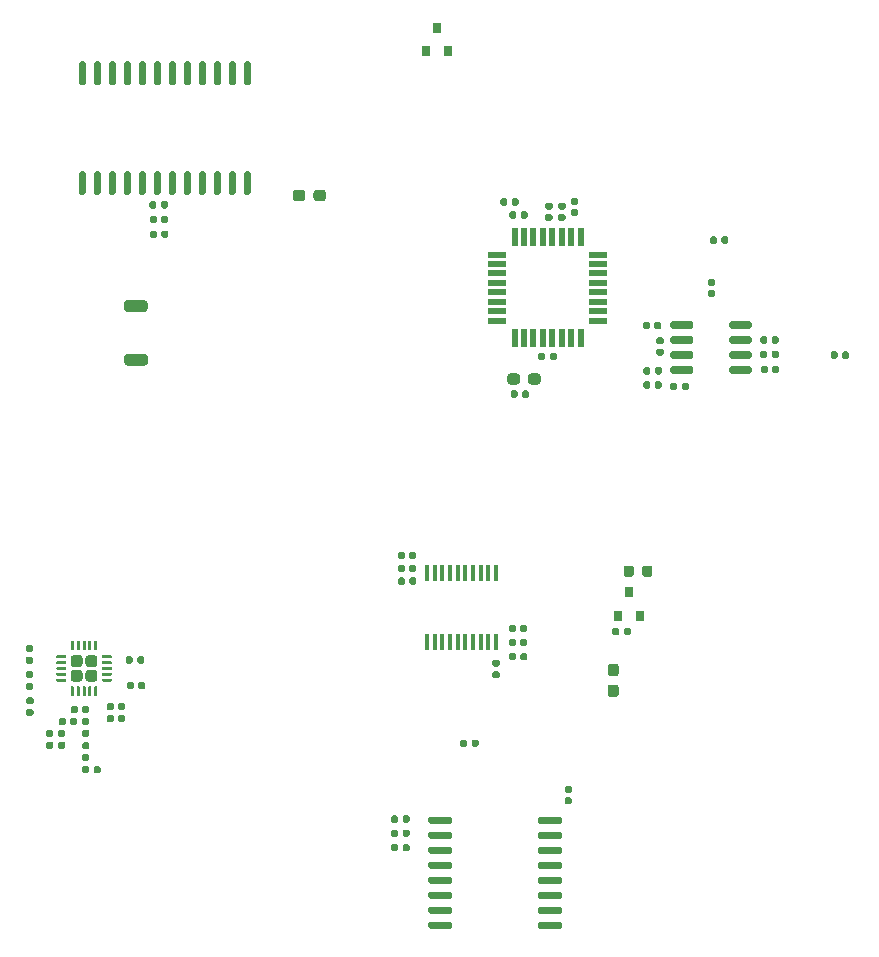
<source format=gbr>
G04 #@! TF.GenerationSoftware,KiCad,Pcbnew,(5.1.6)-1*
G04 #@! TF.CreationDate,2020-10-23T22:44:23-07:00*
G04 #@! TF.ProjectId,ReceiverCircuit,52656365-6976-4657-9243-697263756974,rev?*
G04 #@! TF.SameCoordinates,Original*
G04 #@! TF.FileFunction,Paste,Top*
G04 #@! TF.FilePolarity,Positive*
%FSLAX46Y46*%
G04 Gerber Fmt 4.6, Leading zero omitted, Abs format (unit mm)*
G04 Created by KiCad (PCBNEW (5.1.6)-1) date 2020-10-23 22:44:23*
%MOMM*%
%LPD*%
G01*
G04 APERTURE LIST*
%ADD10R,0.550000X1.600000*%
%ADD11R,1.600000X0.550000*%
%ADD12R,0.800000X0.900000*%
%ADD13R,0.450000X1.450000*%
G04 APERTURE END LIST*
G36*
G01*
X124501340Y-94647640D02*
X123001340Y-94647640D01*
G75*
G02*
X122751340Y-94397640I0J250000D01*
G01*
X122751340Y-93897640D01*
G75*
G02*
X123001340Y-93647640I250000J0D01*
G01*
X124501340Y-93647640D01*
G75*
G02*
X124751340Y-93897640I0J-250000D01*
G01*
X124751340Y-94397640D01*
G75*
G02*
X124501340Y-94647640I-250000J0D01*
G01*
G37*
G36*
G01*
X124468320Y-90101040D02*
X122968320Y-90101040D01*
G75*
G02*
X122718320Y-89851040I0J250000D01*
G01*
X122718320Y-89351040D01*
G75*
G02*
X122968320Y-89101040I250000J0D01*
G01*
X124468320Y-89101040D01*
G75*
G02*
X124718320Y-89351040I0J-250000D01*
G01*
X124718320Y-89851040D01*
G75*
G02*
X124468320Y-90101040I-250000J0D01*
G01*
G37*
D10*
X161392520Y-83788940D03*
X160592520Y-83788940D03*
X159792520Y-83788940D03*
X158992520Y-83788940D03*
X158192520Y-83788940D03*
X157392520Y-83788940D03*
X156592520Y-83788940D03*
X155792520Y-83788940D03*
D11*
X154342520Y-85238940D03*
X154342520Y-86038940D03*
X154342520Y-86838940D03*
X154342520Y-87638940D03*
X154342520Y-88438940D03*
X154342520Y-89238940D03*
X154342520Y-90038940D03*
X154342520Y-90838940D03*
D10*
X155792520Y-92288940D03*
X156592520Y-92288940D03*
X157392520Y-92288940D03*
X158192520Y-92288940D03*
X158992520Y-92288940D03*
X159792520Y-92288940D03*
X160592520Y-92288940D03*
X161392520Y-92288940D03*
D11*
X162842520Y-90838940D03*
X162842520Y-90038940D03*
X162842520Y-89238940D03*
X162842520Y-88438940D03*
X162842520Y-87638940D03*
X162842520Y-86838940D03*
X162842520Y-86038940D03*
X162842520Y-85238940D03*
G36*
G01*
X172933860Y-83853240D02*
X172933860Y-84198240D01*
G75*
G02*
X172786360Y-84345740I-147500J0D01*
G01*
X172491360Y-84345740D01*
G75*
G02*
X172343860Y-84198240I0J147500D01*
G01*
X172343860Y-83853240D01*
G75*
G02*
X172491360Y-83705740I147500J0D01*
G01*
X172786360Y-83705740D01*
G75*
G02*
X172933860Y-83853240I0J-147500D01*
G01*
G37*
G36*
G01*
X173903860Y-83853240D02*
X173903860Y-84198240D01*
G75*
G02*
X173756360Y-84345740I-147500J0D01*
G01*
X173461360Y-84345740D01*
G75*
G02*
X173313860Y-84198240I0J147500D01*
G01*
X173313860Y-83853240D01*
G75*
G02*
X173461360Y-83705740I147500J0D01*
G01*
X173756360Y-83705740D01*
G75*
G02*
X173903860Y-83853240I0J-147500D01*
G01*
G37*
G36*
G01*
X183147200Y-93594140D02*
X183147200Y-93939140D01*
G75*
G02*
X182999700Y-94086640I-147500J0D01*
G01*
X182704700Y-94086640D01*
G75*
G02*
X182557200Y-93939140I0J147500D01*
G01*
X182557200Y-93594140D01*
G75*
G02*
X182704700Y-93446640I147500J0D01*
G01*
X182999700Y-93446640D01*
G75*
G02*
X183147200Y-93594140I0J-147500D01*
G01*
G37*
G36*
G01*
X184117200Y-93594140D02*
X184117200Y-93939140D01*
G75*
G02*
X183969700Y-94086640I-147500J0D01*
G01*
X183674700Y-94086640D01*
G75*
G02*
X183527200Y-93939140I0J147500D01*
G01*
X183527200Y-93594140D01*
G75*
G02*
X183674700Y-93446640I147500J0D01*
G01*
X183969700Y-93446640D01*
G75*
G02*
X184117200Y-93594140I0J-147500D01*
G01*
G37*
G36*
G01*
X159626520Y-81815440D02*
X159971520Y-81815440D01*
G75*
G02*
X160119020Y-81962940I0J-147500D01*
G01*
X160119020Y-82257940D01*
G75*
G02*
X159971520Y-82405440I-147500J0D01*
G01*
X159626520Y-82405440D01*
G75*
G02*
X159479020Y-82257940I0J147500D01*
G01*
X159479020Y-81962940D01*
G75*
G02*
X159626520Y-81815440I147500J0D01*
G01*
G37*
G36*
G01*
X159626520Y-80845440D02*
X159971520Y-80845440D01*
G75*
G02*
X160119020Y-80992940I0J-147500D01*
G01*
X160119020Y-81287940D01*
G75*
G02*
X159971520Y-81435440I-147500J0D01*
G01*
X159626520Y-81435440D01*
G75*
G02*
X159479020Y-81287940I0J147500D01*
G01*
X159479020Y-80992940D01*
G75*
G02*
X159626520Y-80845440I147500J0D01*
G01*
G37*
G36*
G01*
X158774900Y-94050900D02*
X158774900Y-93705900D01*
G75*
G02*
X158922400Y-93558400I147500J0D01*
G01*
X159217400Y-93558400D01*
G75*
G02*
X159364900Y-93705900I0J-147500D01*
G01*
X159364900Y-94050900D01*
G75*
G02*
X159217400Y-94198400I-147500J0D01*
G01*
X158922400Y-94198400D01*
G75*
G02*
X158774900Y-94050900I0J147500D01*
G01*
G37*
G36*
G01*
X157804900Y-94050900D02*
X157804900Y-93705900D01*
G75*
G02*
X157952400Y-93558400I147500J0D01*
G01*
X158247400Y-93558400D01*
G75*
G02*
X158394900Y-93705900I0J-147500D01*
G01*
X158394900Y-94050900D01*
G75*
G02*
X158247400Y-94198400I-147500J0D01*
G01*
X157952400Y-94198400D01*
G75*
G02*
X157804900Y-94050900I0J147500D01*
G01*
G37*
G36*
G01*
X158516540Y-80835280D02*
X158861540Y-80835280D01*
G75*
G02*
X159009040Y-80982780I0J-147500D01*
G01*
X159009040Y-81277780D01*
G75*
G02*
X158861540Y-81425280I-147500J0D01*
G01*
X158516540Y-81425280D01*
G75*
G02*
X158369040Y-81277780I0J147500D01*
G01*
X158369040Y-80982780D01*
G75*
G02*
X158516540Y-80835280I147500J0D01*
G01*
G37*
G36*
G01*
X158516540Y-81805280D02*
X158861540Y-81805280D01*
G75*
G02*
X159009040Y-81952780I0J-147500D01*
G01*
X159009040Y-82247780D01*
G75*
G02*
X158861540Y-82395280I-147500J0D01*
G01*
X158516540Y-82395280D01*
G75*
G02*
X158369040Y-82247780I0J147500D01*
G01*
X158369040Y-81952780D01*
G75*
G02*
X158516540Y-81805280I147500J0D01*
G01*
G37*
G36*
G01*
X160693320Y-80444120D02*
X161038320Y-80444120D01*
G75*
G02*
X161185820Y-80591620I0J-147500D01*
G01*
X161185820Y-80886620D01*
G75*
G02*
X161038320Y-81034120I-147500J0D01*
G01*
X160693320Y-81034120D01*
G75*
G02*
X160545820Y-80886620I0J147500D01*
G01*
X160545820Y-80591620D01*
G75*
G02*
X160693320Y-80444120I147500J0D01*
G01*
G37*
G36*
G01*
X160693320Y-81414120D02*
X161038320Y-81414120D01*
G75*
G02*
X161185820Y-81561620I0J-147500D01*
G01*
X161185820Y-81856620D01*
G75*
G02*
X161038320Y-82004120I-147500J0D01*
G01*
X160693320Y-82004120D01*
G75*
G02*
X160545820Y-81856620I0J147500D01*
G01*
X160545820Y-81561620D01*
G75*
G02*
X160693320Y-81414120I147500J0D01*
G01*
G37*
G36*
G01*
X126482060Y-83350320D02*
X126482060Y-83695320D01*
G75*
G02*
X126334560Y-83842820I-147500J0D01*
G01*
X126039560Y-83842820D01*
G75*
G02*
X125892060Y-83695320I0J147500D01*
G01*
X125892060Y-83350320D01*
G75*
G02*
X126039560Y-83202820I147500J0D01*
G01*
X126334560Y-83202820D01*
G75*
G02*
X126482060Y-83350320I0J-147500D01*
G01*
G37*
G36*
G01*
X125512060Y-83350320D02*
X125512060Y-83695320D01*
G75*
G02*
X125364560Y-83842820I-147500J0D01*
G01*
X125069560Y-83842820D01*
G75*
G02*
X124922060Y-83695320I0J147500D01*
G01*
X124922060Y-83350320D01*
G75*
G02*
X125069560Y-83202820I147500J0D01*
G01*
X125364560Y-83202820D01*
G75*
G02*
X125512060Y-83350320I0J-147500D01*
G01*
G37*
G36*
G01*
X125512060Y-82093020D02*
X125512060Y-82438020D01*
G75*
G02*
X125364560Y-82585520I-147500J0D01*
G01*
X125069560Y-82585520D01*
G75*
G02*
X124922060Y-82438020I0J147500D01*
G01*
X124922060Y-82093020D01*
G75*
G02*
X125069560Y-81945520I147500J0D01*
G01*
X125364560Y-81945520D01*
G75*
G02*
X125512060Y-82093020I0J-147500D01*
G01*
G37*
G36*
G01*
X126482060Y-82093020D02*
X126482060Y-82438020D01*
G75*
G02*
X126334560Y-82585520I-147500J0D01*
G01*
X126039560Y-82585520D01*
G75*
G02*
X125892060Y-82438020I0J147500D01*
G01*
X125892060Y-82093020D01*
G75*
G02*
X126039560Y-81945520I147500J0D01*
G01*
X126334560Y-81945520D01*
G75*
G02*
X126482060Y-82093020I0J-147500D01*
G01*
G37*
G36*
G01*
X126443960Y-80861120D02*
X126443960Y-81206120D01*
G75*
G02*
X126296460Y-81353620I-147500J0D01*
G01*
X126001460Y-81353620D01*
G75*
G02*
X125853960Y-81206120I0J147500D01*
G01*
X125853960Y-80861120D01*
G75*
G02*
X126001460Y-80713620I147500J0D01*
G01*
X126296460Y-80713620D01*
G75*
G02*
X126443960Y-80861120I0J-147500D01*
G01*
G37*
G36*
G01*
X125473960Y-80861120D02*
X125473960Y-81206120D01*
G75*
G02*
X125326460Y-81353620I-147500J0D01*
G01*
X125031460Y-81353620D01*
G75*
G02*
X124883960Y-81206120I0J147500D01*
G01*
X124883960Y-80861120D01*
G75*
G02*
X125031460Y-80713620I147500J0D01*
G01*
X125326460Y-80713620D01*
G75*
G02*
X125473960Y-80861120I0J-147500D01*
G01*
G37*
G36*
G01*
X121264600Y-124708700D02*
X121264600Y-124363700D01*
G75*
G02*
X121412100Y-124216200I147500J0D01*
G01*
X121707100Y-124216200D01*
G75*
G02*
X121854600Y-124363700I0J-147500D01*
G01*
X121854600Y-124708700D01*
G75*
G02*
X121707100Y-124856200I-147500J0D01*
G01*
X121412100Y-124856200D01*
G75*
G02*
X121264600Y-124708700I0J147500D01*
G01*
G37*
G36*
G01*
X122234600Y-124708700D02*
X122234600Y-124363700D01*
G75*
G02*
X122382100Y-124216200I147500J0D01*
G01*
X122677100Y-124216200D01*
G75*
G02*
X122824600Y-124363700I0J-147500D01*
G01*
X122824600Y-124708700D01*
G75*
G02*
X122677100Y-124856200I-147500J0D01*
G01*
X122382100Y-124856200D01*
G75*
G02*
X122234600Y-124708700I0J147500D01*
G01*
G37*
G36*
G01*
X122234600Y-123692700D02*
X122234600Y-123347700D01*
G75*
G02*
X122382100Y-123200200I147500J0D01*
G01*
X122677100Y-123200200D01*
G75*
G02*
X122824600Y-123347700I0J-147500D01*
G01*
X122824600Y-123692700D01*
G75*
G02*
X122677100Y-123840200I-147500J0D01*
G01*
X122382100Y-123840200D01*
G75*
G02*
X122234600Y-123692700I0J147500D01*
G01*
G37*
G36*
G01*
X121264600Y-123692700D02*
X121264600Y-123347700D01*
G75*
G02*
X121412100Y-123200200I147500J0D01*
G01*
X121707100Y-123200200D01*
G75*
G02*
X121854600Y-123347700I0J-147500D01*
G01*
X121854600Y-123692700D01*
G75*
G02*
X121707100Y-123840200I-147500J0D01*
G01*
X121412100Y-123840200D01*
G75*
G02*
X121264600Y-123692700I0J147500D01*
G01*
G37*
G36*
G01*
X169961060Y-96583280D02*
X169961060Y-96238280D01*
G75*
G02*
X170108560Y-96090780I147500J0D01*
G01*
X170403560Y-96090780D01*
G75*
G02*
X170551060Y-96238280I0J-147500D01*
G01*
X170551060Y-96583280D01*
G75*
G02*
X170403560Y-96730780I-147500J0D01*
G01*
X170108560Y-96730780D01*
G75*
G02*
X169961060Y-96583280I0J147500D01*
G01*
G37*
G36*
G01*
X168991060Y-96583280D02*
X168991060Y-96238280D01*
G75*
G02*
X169138560Y-96090780I147500J0D01*
G01*
X169433560Y-96090780D01*
G75*
G02*
X169581060Y-96238280I0J-147500D01*
G01*
X169581060Y-96583280D01*
G75*
G02*
X169433560Y-96730780I-147500J0D01*
G01*
X169138560Y-96730780D01*
G75*
G02*
X168991060Y-96583280I0J147500D01*
G01*
G37*
G36*
G01*
X168265060Y-94904780D02*
X168265060Y-95249780D01*
G75*
G02*
X168117560Y-95397280I-147500J0D01*
G01*
X167822560Y-95397280D01*
G75*
G02*
X167675060Y-95249780I0J147500D01*
G01*
X167675060Y-94904780D01*
G75*
G02*
X167822560Y-94757280I147500J0D01*
G01*
X168117560Y-94757280D01*
G75*
G02*
X168265060Y-94904780I0J-147500D01*
G01*
G37*
G36*
G01*
X167295060Y-94904780D02*
X167295060Y-95249780D01*
G75*
G02*
X167147560Y-95397280I-147500J0D01*
G01*
X166852560Y-95397280D01*
G75*
G02*
X166705060Y-95249780I0J147500D01*
G01*
X166705060Y-94904780D01*
G75*
G02*
X166852560Y-94757280I147500J0D01*
G01*
X167147560Y-94757280D01*
G75*
G02*
X167295060Y-94904780I0J-147500D01*
G01*
G37*
G36*
G01*
X167295060Y-96111280D02*
X167295060Y-96456280D01*
G75*
G02*
X167147560Y-96603780I-147500J0D01*
G01*
X166852560Y-96603780D01*
G75*
G02*
X166705060Y-96456280I0J147500D01*
G01*
X166705060Y-96111280D01*
G75*
G02*
X166852560Y-95963780I147500J0D01*
G01*
X167147560Y-95963780D01*
G75*
G02*
X167295060Y-96111280I0J-147500D01*
G01*
G37*
G36*
G01*
X168265060Y-96111280D02*
X168265060Y-96456280D01*
G75*
G02*
X168117560Y-96603780I-147500J0D01*
G01*
X167822560Y-96603780D01*
G75*
G02*
X167675060Y-96456280I0J147500D01*
G01*
X167675060Y-96111280D01*
G75*
G02*
X167822560Y-95963780I147500J0D01*
G01*
X168117560Y-95963780D01*
G75*
G02*
X168265060Y-96111280I0J-147500D01*
G01*
G37*
G36*
G01*
X145931120Y-135280620D02*
X145931120Y-135625620D01*
G75*
G02*
X145783620Y-135773120I-147500J0D01*
G01*
X145488620Y-135773120D01*
G75*
G02*
X145341120Y-135625620I0J147500D01*
G01*
X145341120Y-135280620D01*
G75*
G02*
X145488620Y-135133120I147500J0D01*
G01*
X145783620Y-135133120D01*
G75*
G02*
X145931120Y-135280620I0J-147500D01*
G01*
G37*
G36*
G01*
X146901120Y-135280620D02*
X146901120Y-135625620D01*
G75*
G02*
X146753620Y-135773120I-147500J0D01*
G01*
X146458620Y-135773120D01*
G75*
G02*
X146311120Y-135625620I0J147500D01*
G01*
X146311120Y-135280620D01*
G75*
G02*
X146458620Y-135133120I147500J0D01*
G01*
X146753620Y-135133120D01*
G75*
G02*
X146901120Y-135280620I0J-147500D01*
G01*
G37*
G36*
G01*
X146901120Y-134074120D02*
X146901120Y-134419120D01*
G75*
G02*
X146753620Y-134566620I-147500J0D01*
G01*
X146458620Y-134566620D01*
G75*
G02*
X146311120Y-134419120I0J147500D01*
G01*
X146311120Y-134074120D01*
G75*
G02*
X146458620Y-133926620I147500J0D01*
G01*
X146753620Y-133926620D01*
G75*
G02*
X146901120Y-134074120I0J-147500D01*
G01*
G37*
G36*
G01*
X145931120Y-134074120D02*
X145931120Y-134419120D01*
G75*
G02*
X145783620Y-134566620I-147500J0D01*
G01*
X145488620Y-134566620D01*
G75*
G02*
X145341120Y-134419120I0J147500D01*
G01*
X145341120Y-134074120D01*
G75*
G02*
X145488620Y-133926620I147500J0D01*
G01*
X145783620Y-133926620D01*
G75*
G02*
X145931120Y-134074120I0J-147500D01*
G01*
G37*
G36*
G01*
X145931120Y-132867620D02*
X145931120Y-133212620D01*
G75*
G02*
X145783620Y-133360120I-147500J0D01*
G01*
X145488620Y-133360120D01*
G75*
G02*
X145341120Y-133212620I0J147500D01*
G01*
X145341120Y-132867620D01*
G75*
G02*
X145488620Y-132720120I147500J0D01*
G01*
X145783620Y-132720120D01*
G75*
G02*
X145931120Y-132867620I0J-147500D01*
G01*
G37*
G36*
G01*
X146901120Y-132867620D02*
X146901120Y-133212620D01*
G75*
G02*
X146753620Y-133360120I-147500J0D01*
G01*
X146458620Y-133360120D01*
G75*
G02*
X146311120Y-133212620I0J147500D01*
G01*
X146311120Y-132867620D01*
G75*
G02*
X146458620Y-132720120I147500J0D01*
G01*
X146753620Y-132720120D01*
G75*
G02*
X146901120Y-132867620I0J-147500D01*
G01*
G37*
G36*
G01*
X156283160Y-118252020D02*
X156283160Y-117907020D01*
G75*
G02*
X156430660Y-117759520I147500J0D01*
G01*
X156725660Y-117759520D01*
G75*
G02*
X156873160Y-117907020I0J-147500D01*
G01*
X156873160Y-118252020D01*
G75*
G02*
X156725660Y-118399520I-147500J0D01*
G01*
X156430660Y-118399520D01*
G75*
G02*
X156283160Y-118252020I0J147500D01*
G01*
G37*
G36*
G01*
X155313160Y-118252020D02*
X155313160Y-117907020D01*
G75*
G02*
X155460660Y-117759520I147500J0D01*
G01*
X155755660Y-117759520D01*
G75*
G02*
X155903160Y-117907020I0J-147500D01*
G01*
X155903160Y-118252020D01*
G75*
G02*
X155755660Y-118399520I-147500J0D01*
G01*
X155460660Y-118399520D01*
G75*
G02*
X155313160Y-118252020I0J147500D01*
G01*
G37*
G36*
G01*
X155313160Y-117083620D02*
X155313160Y-116738620D01*
G75*
G02*
X155460660Y-116591120I147500J0D01*
G01*
X155755660Y-116591120D01*
G75*
G02*
X155903160Y-116738620I0J-147500D01*
G01*
X155903160Y-117083620D01*
G75*
G02*
X155755660Y-117231120I-147500J0D01*
G01*
X155460660Y-117231120D01*
G75*
G02*
X155313160Y-117083620I0J147500D01*
G01*
G37*
G36*
G01*
X156283160Y-117083620D02*
X156283160Y-116738620D01*
G75*
G02*
X156430660Y-116591120I147500J0D01*
G01*
X156725660Y-116591120D01*
G75*
G02*
X156873160Y-116738620I0J-147500D01*
G01*
X156873160Y-117083620D01*
G75*
G02*
X156725660Y-117231120I-147500J0D01*
G01*
X156430660Y-117231120D01*
G75*
G02*
X156283160Y-117083620I0J147500D01*
G01*
G37*
G36*
G01*
X154046140Y-120514880D02*
X154391140Y-120514880D01*
G75*
G02*
X154538640Y-120662380I0J-147500D01*
G01*
X154538640Y-120957380D01*
G75*
G02*
X154391140Y-121104880I-147500J0D01*
G01*
X154046140Y-121104880D01*
G75*
G02*
X153898640Y-120957380I0J147500D01*
G01*
X153898640Y-120662380D01*
G75*
G02*
X154046140Y-120514880I147500J0D01*
G01*
G37*
G36*
G01*
X154046140Y-119544880D02*
X154391140Y-119544880D01*
G75*
G02*
X154538640Y-119692380I0J-147500D01*
G01*
X154538640Y-119987380D01*
G75*
G02*
X154391140Y-120134880I-147500J0D01*
G01*
X154046140Y-120134880D01*
G75*
G02*
X153898640Y-119987380I0J147500D01*
G01*
X153898640Y-119692380D01*
G75*
G02*
X154046140Y-119544880I147500J0D01*
G01*
G37*
G36*
G01*
X147472620Y-111638300D02*
X147472620Y-111983300D01*
G75*
G02*
X147325120Y-112130800I-147500J0D01*
G01*
X147030120Y-112130800D01*
G75*
G02*
X146882620Y-111983300I0J147500D01*
G01*
X146882620Y-111638300D01*
G75*
G02*
X147030120Y-111490800I147500J0D01*
G01*
X147325120Y-111490800D01*
G75*
G02*
X147472620Y-111638300I0J-147500D01*
G01*
G37*
G36*
G01*
X146502620Y-111638300D02*
X146502620Y-111983300D01*
G75*
G02*
X146355120Y-112130800I-147500J0D01*
G01*
X146060120Y-112130800D01*
G75*
G02*
X145912620Y-111983300I0J147500D01*
G01*
X145912620Y-111638300D01*
G75*
G02*
X146060120Y-111490800I147500J0D01*
G01*
X146355120Y-111490800D01*
G75*
G02*
X146502620Y-111638300I0J-147500D01*
G01*
G37*
G36*
G01*
X146505160Y-112727960D02*
X146505160Y-113072960D01*
G75*
G02*
X146357660Y-113220460I-147500J0D01*
G01*
X146062660Y-113220460D01*
G75*
G02*
X145915160Y-113072960I0J147500D01*
G01*
X145915160Y-112727960D01*
G75*
G02*
X146062660Y-112580460I147500J0D01*
G01*
X146357660Y-112580460D01*
G75*
G02*
X146505160Y-112727960I0J-147500D01*
G01*
G37*
G36*
G01*
X147475160Y-112727960D02*
X147475160Y-113072960D01*
G75*
G02*
X147327660Y-113220460I-147500J0D01*
G01*
X147032660Y-113220460D01*
G75*
G02*
X146885160Y-113072960I0J147500D01*
G01*
X146885160Y-112727960D01*
G75*
G02*
X147032660Y-112580460I147500J0D01*
G01*
X147327660Y-112580460D01*
G75*
G02*
X147475160Y-112727960I0J-147500D01*
G01*
G37*
G36*
G01*
X147475160Y-110538480D02*
X147475160Y-110883480D01*
G75*
G02*
X147327660Y-111030980I-147500J0D01*
G01*
X147032660Y-111030980D01*
G75*
G02*
X146885160Y-110883480I0J147500D01*
G01*
X146885160Y-110538480D01*
G75*
G02*
X147032660Y-110390980I147500J0D01*
G01*
X147327660Y-110390980D01*
G75*
G02*
X147475160Y-110538480I0J-147500D01*
G01*
G37*
G36*
G01*
X146505160Y-110538480D02*
X146505160Y-110883480D01*
G75*
G02*
X146357660Y-111030980I-147500J0D01*
G01*
X146062660Y-111030980D01*
G75*
G02*
X145915160Y-110883480I0J147500D01*
G01*
X145915160Y-110538480D01*
G75*
G02*
X146062660Y-110390980I147500J0D01*
G01*
X146357660Y-110390980D01*
G75*
G02*
X146505160Y-110538480I0J-147500D01*
G01*
G37*
D12*
X148300400Y-68030600D03*
X150200400Y-68030600D03*
X149250400Y-66030600D03*
G36*
G01*
X119714440Y-119154240D02*
X120224440Y-119154240D01*
G75*
G02*
X120474440Y-119404240I0J-250000D01*
G01*
X120474440Y-119914240D01*
G75*
G02*
X120224440Y-120164240I-250000J0D01*
G01*
X119714440Y-120164240D01*
G75*
G02*
X119464440Y-119914240I0J250000D01*
G01*
X119464440Y-119404240D01*
G75*
G02*
X119714440Y-119154240I250000J0D01*
G01*
G37*
G36*
G01*
X118464440Y-119154240D02*
X118974440Y-119154240D01*
G75*
G02*
X119224440Y-119404240I0J-250000D01*
G01*
X119224440Y-119914240D01*
G75*
G02*
X118974440Y-120164240I-250000J0D01*
G01*
X118464440Y-120164240D01*
G75*
G02*
X118214440Y-119914240I0J250000D01*
G01*
X118214440Y-119404240D01*
G75*
G02*
X118464440Y-119154240I250000J0D01*
G01*
G37*
G36*
G01*
X119714440Y-120404240D02*
X120224440Y-120404240D01*
G75*
G02*
X120474440Y-120654240I0J-250000D01*
G01*
X120474440Y-121164240D01*
G75*
G02*
X120224440Y-121414240I-250000J0D01*
G01*
X119714440Y-121414240D01*
G75*
G02*
X119464440Y-121164240I0J250000D01*
G01*
X119464440Y-120654240D01*
G75*
G02*
X119714440Y-120404240I250000J0D01*
G01*
G37*
G36*
G01*
X118464440Y-120404240D02*
X118974440Y-120404240D01*
G75*
G02*
X119224440Y-120654240I0J-250000D01*
G01*
X119224440Y-121164240D01*
G75*
G02*
X118974440Y-121414240I-250000J0D01*
G01*
X118464440Y-121414240D01*
G75*
G02*
X118214440Y-121164240I0J250000D01*
G01*
X118214440Y-120654240D01*
G75*
G02*
X118464440Y-120404240I250000J0D01*
G01*
G37*
G36*
G01*
X120281940Y-117934240D02*
X120406940Y-117934240D01*
G75*
G02*
X120469440Y-117996740I0J-62500D01*
G01*
X120469440Y-118696740D01*
G75*
G02*
X120406940Y-118759240I-62500J0D01*
G01*
X120281940Y-118759240D01*
G75*
G02*
X120219440Y-118696740I0J62500D01*
G01*
X120219440Y-117996740D01*
G75*
G02*
X120281940Y-117934240I62500J0D01*
G01*
G37*
G36*
G01*
X119781940Y-117934240D02*
X119906940Y-117934240D01*
G75*
G02*
X119969440Y-117996740I0J-62500D01*
G01*
X119969440Y-118696740D01*
G75*
G02*
X119906940Y-118759240I-62500J0D01*
G01*
X119781940Y-118759240D01*
G75*
G02*
X119719440Y-118696740I0J62500D01*
G01*
X119719440Y-117996740D01*
G75*
G02*
X119781940Y-117934240I62500J0D01*
G01*
G37*
G36*
G01*
X119281940Y-117934240D02*
X119406940Y-117934240D01*
G75*
G02*
X119469440Y-117996740I0J-62500D01*
G01*
X119469440Y-118696740D01*
G75*
G02*
X119406940Y-118759240I-62500J0D01*
G01*
X119281940Y-118759240D01*
G75*
G02*
X119219440Y-118696740I0J62500D01*
G01*
X119219440Y-117996740D01*
G75*
G02*
X119281940Y-117934240I62500J0D01*
G01*
G37*
G36*
G01*
X118781940Y-117934240D02*
X118906940Y-117934240D01*
G75*
G02*
X118969440Y-117996740I0J-62500D01*
G01*
X118969440Y-118696740D01*
G75*
G02*
X118906940Y-118759240I-62500J0D01*
G01*
X118781940Y-118759240D01*
G75*
G02*
X118719440Y-118696740I0J62500D01*
G01*
X118719440Y-117996740D01*
G75*
G02*
X118781940Y-117934240I62500J0D01*
G01*
G37*
G36*
G01*
X118281940Y-117934240D02*
X118406940Y-117934240D01*
G75*
G02*
X118469440Y-117996740I0J-62500D01*
G01*
X118469440Y-118696740D01*
G75*
G02*
X118406940Y-118759240I-62500J0D01*
G01*
X118281940Y-118759240D01*
G75*
G02*
X118219440Y-118696740I0J62500D01*
G01*
X118219440Y-117996740D01*
G75*
G02*
X118281940Y-117934240I62500J0D01*
G01*
G37*
G36*
G01*
X117056940Y-119159240D02*
X117756940Y-119159240D01*
G75*
G02*
X117819440Y-119221740I0J-62500D01*
G01*
X117819440Y-119346740D01*
G75*
G02*
X117756940Y-119409240I-62500J0D01*
G01*
X117056940Y-119409240D01*
G75*
G02*
X116994440Y-119346740I0J62500D01*
G01*
X116994440Y-119221740D01*
G75*
G02*
X117056940Y-119159240I62500J0D01*
G01*
G37*
G36*
G01*
X117056940Y-119659240D02*
X117756940Y-119659240D01*
G75*
G02*
X117819440Y-119721740I0J-62500D01*
G01*
X117819440Y-119846740D01*
G75*
G02*
X117756940Y-119909240I-62500J0D01*
G01*
X117056940Y-119909240D01*
G75*
G02*
X116994440Y-119846740I0J62500D01*
G01*
X116994440Y-119721740D01*
G75*
G02*
X117056940Y-119659240I62500J0D01*
G01*
G37*
G36*
G01*
X117056940Y-120159240D02*
X117756940Y-120159240D01*
G75*
G02*
X117819440Y-120221740I0J-62500D01*
G01*
X117819440Y-120346740D01*
G75*
G02*
X117756940Y-120409240I-62500J0D01*
G01*
X117056940Y-120409240D01*
G75*
G02*
X116994440Y-120346740I0J62500D01*
G01*
X116994440Y-120221740D01*
G75*
G02*
X117056940Y-120159240I62500J0D01*
G01*
G37*
G36*
G01*
X117056940Y-120659240D02*
X117756940Y-120659240D01*
G75*
G02*
X117819440Y-120721740I0J-62500D01*
G01*
X117819440Y-120846740D01*
G75*
G02*
X117756940Y-120909240I-62500J0D01*
G01*
X117056940Y-120909240D01*
G75*
G02*
X116994440Y-120846740I0J62500D01*
G01*
X116994440Y-120721740D01*
G75*
G02*
X117056940Y-120659240I62500J0D01*
G01*
G37*
G36*
G01*
X117056940Y-121159240D02*
X117756940Y-121159240D01*
G75*
G02*
X117819440Y-121221740I0J-62500D01*
G01*
X117819440Y-121346740D01*
G75*
G02*
X117756940Y-121409240I-62500J0D01*
G01*
X117056940Y-121409240D01*
G75*
G02*
X116994440Y-121346740I0J62500D01*
G01*
X116994440Y-121221740D01*
G75*
G02*
X117056940Y-121159240I62500J0D01*
G01*
G37*
G36*
G01*
X118281940Y-121809240D02*
X118406940Y-121809240D01*
G75*
G02*
X118469440Y-121871740I0J-62500D01*
G01*
X118469440Y-122571740D01*
G75*
G02*
X118406940Y-122634240I-62500J0D01*
G01*
X118281940Y-122634240D01*
G75*
G02*
X118219440Y-122571740I0J62500D01*
G01*
X118219440Y-121871740D01*
G75*
G02*
X118281940Y-121809240I62500J0D01*
G01*
G37*
G36*
G01*
X118781940Y-121809240D02*
X118906940Y-121809240D01*
G75*
G02*
X118969440Y-121871740I0J-62500D01*
G01*
X118969440Y-122571740D01*
G75*
G02*
X118906940Y-122634240I-62500J0D01*
G01*
X118781940Y-122634240D01*
G75*
G02*
X118719440Y-122571740I0J62500D01*
G01*
X118719440Y-121871740D01*
G75*
G02*
X118781940Y-121809240I62500J0D01*
G01*
G37*
G36*
G01*
X119281940Y-121809240D02*
X119406940Y-121809240D01*
G75*
G02*
X119469440Y-121871740I0J-62500D01*
G01*
X119469440Y-122571740D01*
G75*
G02*
X119406940Y-122634240I-62500J0D01*
G01*
X119281940Y-122634240D01*
G75*
G02*
X119219440Y-122571740I0J62500D01*
G01*
X119219440Y-121871740D01*
G75*
G02*
X119281940Y-121809240I62500J0D01*
G01*
G37*
G36*
G01*
X119781940Y-121809240D02*
X119906940Y-121809240D01*
G75*
G02*
X119969440Y-121871740I0J-62500D01*
G01*
X119969440Y-122571740D01*
G75*
G02*
X119906940Y-122634240I-62500J0D01*
G01*
X119781940Y-122634240D01*
G75*
G02*
X119719440Y-122571740I0J62500D01*
G01*
X119719440Y-121871740D01*
G75*
G02*
X119781940Y-121809240I62500J0D01*
G01*
G37*
G36*
G01*
X120281940Y-121809240D02*
X120406940Y-121809240D01*
G75*
G02*
X120469440Y-121871740I0J-62500D01*
G01*
X120469440Y-122571740D01*
G75*
G02*
X120406940Y-122634240I-62500J0D01*
G01*
X120281940Y-122634240D01*
G75*
G02*
X120219440Y-122571740I0J62500D01*
G01*
X120219440Y-121871740D01*
G75*
G02*
X120281940Y-121809240I62500J0D01*
G01*
G37*
G36*
G01*
X120931940Y-121159240D02*
X121631940Y-121159240D01*
G75*
G02*
X121694440Y-121221740I0J-62500D01*
G01*
X121694440Y-121346740D01*
G75*
G02*
X121631940Y-121409240I-62500J0D01*
G01*
X120931940Y-121409240D01*
G75*
G02*
X120869440Y-121346740I0J62500D01*
G01*
X120869440Y-121221740D01*
G75*
G02*
X120931940Y-121159240I62500J0D01*
G01*
G37*
G36*
G01*
X120931940Y-120659240D02*
X121631940Y-120659240D01*
G75*
G02*
X121694440Y-120721740I0J-62500D01*
G01*
X121694440Y-120846740D01*
G75*
G02*
X121631940Y-120909240I-62500J0D01*
G01*
X120931940Y-120909240D01*
G75*
G02*
X120869440Y-120846740I0J62500D01*
G01*
X120869440Y-120721740D01*
G75*
G02*
X120931940Y-120659240I62500J0D01*
G01*
G37*
G36*
G01*
X120931940Y-120159240D02*
X121631940Y-120159240D01*
G75*
G02*
X121694440Y-120221740I0J-62500D01*
G01*
X121694440Y-120346740D01*
G75*
G02*
X121631940Y-120409240I-62500J0D01*
G01*
X120931940Y-120409240D01*
G75*
G02*
X120869440Y-120346740I0J62500D01*
G01*
X120869440Y-120221740D01*
G75*
G02*
X120931940Y-120159240I62500J0D01*
G01*
G37*
G36*
G01*
X120931940Y-119659240D02*
X121631940Y-119659240D01*
G75*
G02*
X121694440Y-119721740I0J-62500D01*
G01*
X121694440Y-119846740D01*
G75*
G02*
X121631940Y-119909240I-62500J0D01*
G01*
X120931940Y-119909240D01*
G75*
G02*
X120869440Y-119846740I0J62500D01*
G01*
X120869440Y-119721740D01*
G75*
G02*
X120931940Y-119659240I62500J0D01*
G01*
G37*
G36*
G01*
X120931940Y-119159240D02*
X121631940Y-119159240D01*
G75*
G02*
X121694440Y-119221740I0J-62500D01*
G01*
X121694440Y-119346740D01*
G75*
G02*
X121631940Y-119409240I-62500J0D01*
G01*
X120931940Y-119409240D01*
G75*
G02*
X120869440Y-119346740I0J62500D01*
G01*
X120869440Y-119221740D01*
G75*
G02*
X120931940Y-119159240I62500J0D01*
G01*
G37*
G36*
G01*
X148477600Y-133291720D02*
X148477600Y-132991720D01*
G75*
G02*
X148627600Y-132841720I150000J0D01*
G01*
X150377600Y-132841720D01*
G75*
G02*
X150527600Y-132991720I0J-150000D01*
G01*
X150527600Y-133291720D01*
G75*
G02*
X150377600Y-133441720I-150000J0D01*
G01*
X148627600Y-133441720D01*
G75*
G02*
X148477600Y-133291720I0J150000D01*
G01*
G37*
G36*
G01*
X148477600Y-134561720D02*
X148477600Y-134261720D01*
G75*
G02*
X148627600Y-134111720I150000J0D01*
G01*
X150377600Y-134111720D01*
G75*
G02*
X150527600Y-134261720I0J-150000D01*
G01*
X150527600Y-134561720D01*
G75*
G02*
X150377600Y-134711720I-150000J0D01*
G01*
X148627600Y-134711720D01*
G75*
G02*
X148477600Y-134561720I0J150000D01*
G01*
G37*
G36*
G01*
X148477600Y-135831720D02*
X148477600Y-135531720D01*
G75*
G02*
X148627600Y-135381720I150000J0D01*
G01*
X150377600Y-135381720D01*
G75*
G02*
X150527600Y-135531720I0J-150000D01*
G01*
X150527600Y-135831720D01*
G75*
G02*
X150377600Y-135981720I-150000J0D01*
G01*
X148627600Y-135981720D01*
G75*
G02*
X148477600Y-135831720I0J150000D01*
G01*
G37*
G36*
G01*
X148477600Y-137101720D02*
X148477600Y-136801720D01*
G75*
G02*
X148627600Y-136651720I150000J0D01*
G01*
X150377600Y-136651720D01*
G75*
G02*
X150527600Y-136801720I0J-150000D01*
G01*
X150527600Y-137101720D01*
G75*
G02*
X150377600Y-137251720I-150000J0D01*
G01*
X148627600Y-137251720D01*
G75*
G02*
X148477600Y-137101720I0J150000D01*
G01*
G37*
G36*
G01*
X148477600Y-138371720D02*
X148477600Y-138071720D01*
G75*
G02*
X148627600Y-137921720I150000J0D01*
G01*
X150377600Y-137921720D01*
G75*
G02*
X150527600Y-138071720I0J-150000D01*
G01*
X150527600Y-138371720D01*
G75*
G02*
X150377600Y-138521720I-150000J0D01*
G01*
X148627600Y-138521720D01*
G75*
G02*
X148477600Y-138371720I0J150000D01*
G01*
G37*
G36*
G01*
X148477600Y-139641720D02*
X148477600Y-139341720D01*
G75*
G02*
X148627600Y-139191720I150000J0D01*
G01*
X150377600Y-139191720D01*
G75*
G02*
X150527600Y-139341720I0J-150000D01*
G01*
X150527600Y-139641720D01*
G75*
G02*
X150377600Y-139791720I-150000J0D01*
G01*
X148627600Y-139791720D01*
G75*
G02*
X148477600Y-139641720I0J150000D01*
G01*
G37*
G36*
G01*
X148477600Y-140911720D02*
X148477600Y-140611720D01*
G75*
G02*
X148627600Y-140461720I150000J0D01*
G01*
X150377600Y-140461720D01*
G75*
G02*
X150527600Y-140611720I0J-150000D01*
G01*
X150527600Y-140911720D01*
G75*
G02*
X150377600Y-141061720I-150000J0D01*
G01*
X148627600Y-141061720D01*
G75*
G02*
X148477600Y-140911720I0J150000D01*
G01*
G37*
G36*
G01*
X148477600Y-142181720D02*
X148477600Y-141881720D01*
G75*
G02*
X148627600Y-141731720I150000J0D01*
G01*
X150377600Y-141731720D01*
G75*
G02*
X150527600Y-141881720I0J-150000D01*
G01*
X150527600Y-142181720D01*
G75*
G02*
X150377600Y-142331720I-150000J0D01*
G01*
X148627600Y-142331720D01*
G75*
G02*
X148477600Y-142181720I0J150000D01*
G01*
G37*
G36*
G01*
X157777600Y-142181720D02*
X157777600Y-141881720D01*
G75*
G02*
X157927600Y-141731720I150000J0D01*
G01*
X159677600Y-141731720D01*
G75*
G02*
X159827600Y-141881720I0J-150000D01*
G01*
X159827600Y-142181720D01*
G75*
G02*
X159677600Y-142331720I-150000J0D01*
G01*
X157927600Y-142331720D01*
G75*
G02*
X157777600Y-142181720I0J150000D01*
G01*
G37*
G36*
G01*
X157777600Y-140911720D02*
X157777600Y-140611720D01*
G75*
G02*
X157927600Y-140461720I150000J0D01*
G01*
X159677600Y-140461720D01*
G75*
G02*
X159827600Y-140611720I0J-150000D01*
G01*
X159827600Y-140911720D01*
G75*
G02*
X159677600Y-141061720I-150000J0D01*
G01*
X157927600Y-141061720D01*
G75*
G02*
X157777600Y-140911720I0J150000D01*
G01*
G37*
G36*
G01*
X157777600Y-139641720D02*
X157777600Y-139341720D01*
G75*
G02*
X157927600Y-139191720I150000J0D01*
G01*
X159677600Y-139191720D01*
G75*
G02*
X159827600Y-139341720I0J-150000D01*
G01*
X159827600Y-139641720D01*
G75*
G02*
X159677600Y-139791720I-150000J0D01*
G01*
X157927600Y-139791720D01*
G75*
G02*
X157777600Y-139641720I0J150000D01*
G01*
G37*
G36*
G01*
X157777600Y-138371720D02*
X157777600Y-138071720D01*
G75*
G02*
X157927600Y-137921720I150000J0D01*
G01*
X159677600Y-137921720D01*
G75*
G02*
X159827600Y-138071720I0J-150000D01*
G01*
X159827600Y-138371720D01*
G75*
G02*
X159677600Y-138521720I-150000J0D01*
G01*
X157927600Y-138521720D01*
G75*
G02*
X157777600Y-138371720I0J150000D01*
G01*
G37*
G36*
G01*
X157777600Y-137101720D02*
X157777600Y-136801720D01*
G75*
G02*
X157927600Y-136651720I150000J0D01*
G01*
X159677600Y-136651720D01*
G75*
G02*
X159827600Y-136801720I0J-150000D01*
G01*
X159827600Y-137101720D01*
G75*
G02*
X159677600Y-137251720I-150000J0D01*
G01*
X157927600Y-137251720D01*
G75*
G02*
X157777600Y-137101720I0J150000D01*
G01*
G37*
G36*
G01*
X157777600Y-135831720D02*
X157777600Y-135531720D01*
G75*
G02*
X157927600Y-135381720I150000J0D01*
G01*
X159677600Y-135381720D01*
G75*
G02*
X159827600Y-135531720I0J-150000D01*
G01*
X159827600Y-135831720D01*
G75*
G02*
X159677600Y-135981720I-150000J0D01*
G01*
X157927600Y-135981720D01*
G75*
G02*
X157777600Y-135831720I0J150000D01*
G01*
G37*
G36*
G01*
X157777600Y-134561720D02*
X157777600Y-134261720D01*
G75*
G02*
X157927600Y-134111720I150000J0D01*
G01*
X159677600Y-134111720D01*
G75*
G02*
X159827600Y-134261720I0J-150000D01*
G01*
X159827600Y-134561720D01*
G75*
G02*
X159677600Y-134711720I-150000J0D01*
G01*
X157927600Y-134711720D01*
G75*
G02*
X157777600Y-134561720I0J150000D01*
G01*
G37*
G36*
G01*
X157777600Y-133291720D02*
X157777600Y-132991720D01*
G75*
G02*
X157927600Y-132841720I150000J0D01*
G01*
X159677600Y-132841720D01*
G75*
G02*
X159827600Y-132991720I0J-150000D01*
G01*
X159827600Y-133291720D01*
G75*
G02*
X159677600Y-133441720I-150000J0D01*
G01*
X157927600Y-133441720D01*
G75*
G02*
X157777600Y-133291720I0J150000D01*
G01*
G37*
D13*
X148385340Y-112180580D03*
X149035340Y-112180580D03*
X149685340Y-112180580D03*
X150335340Y-112180580D03*
X150985340Y-112180580D03*
X151635340Y-112180580D03*
X152285340Y-112180580D03*
X152935340Y-112180580D03*
X153585340Y-112180580D03*
X154235340Y-112180580D03*
X154235340Y-118080580D03*
X153585340Y-118080580D03*
X152935340Y-118080580D03*
X152285340Y-118080580D03*
X151635340Y-118080580D03*
X150985340Y-118080580D03*
X150335340Y-118080580D03*
X149685340Y-118080580D03*
X149035340Y-118080580D03*
X148385340Y-118080580D03*
D12*
X165486080Y-113846100D03*
X166436080Y-115846100D03*
X164536080Y-115846100D03*
G36*
G01*
X156425400Y-97238600D02*
X156425400Y-96893600D01*
G75*
G02*
X156572900Y-96746100I147500J0D01*
G01*
X156867900Y-96746100D01*
G75*
G02*
X157015400Y-96893600I0J-147500D01*
G01*
X157015400Y-97238600D01*
G75*
G02*
X156867900Y-97386100I-147500J0D01*
G01*
X156572900Y-97386100D01*
G75*
G02*
X156425400Y-97238600I0J147500D01*
G01*
G37*
G36*
G01*
X155455400Y-97238600D02*
X155455400Y-96893600D01*
G75*
G02*
X155602900Y-96746100I147500J0D01*
G01*
X155897900Y-96746100D01*
G75*
G02*
X156045400Y-96893600I0J-147500D01*
G01*
X156045400Y-97238600D01*
G75*
G02*
X155897900Y-97386100I-147500J0D01*
G01*
X155602900Y-97386100D01*
G75*
G02*
X155455400Y-97238600I0J147500D01*
G01*
G37*
G36*
G01*
X156311100Y-82067180D02*
X156311100Y-81722180D01*
G75*
G02*
X156458600Y-81574680I147500J0D01*
G01*
X156753600Y-81574680D01*
G75*
G02*
X156901100Y-81722180I0J-147500D01*
G01*
X156901100Y-82067180D01*
G75*
G02*
X156753600Y-82214680I-147500J0D01*
G01*
X156458600Y-82214680D01*
G75*
G02*
X156311100Y-82067180I0J147500D01*
G01*
G37*
G36*
G01*
X155341100Y-82067180D02*
X155341100Y-81722180D01*
G75*
G02*
X155488600Y-81574680I147500J0D01*
G01*
X155783600Y-81574680D01*
G75*
G02*
X155931100Y-81722180I0J-147500D01*
G01*
X155931100Y-82067180D01*
G75*
G02*
X155783600Y-82214680I-147500J0D01*
G01*
X155488600Y-82214680D01*
G75*
G02*
X155341100Y-82067180I0J147500D01*
G01*
G37*
G36*
G01*
X156151800Y-80612200D02*
X156151800Y-80957200D01*
G75*
G02*
X156004300Y-81104700I-147500J0D01*
G01*
X155709300Y-81104700D01*
G75*
G02*
X155561800Y-80957200I0J147500D01*
G01*
X155561800Y-80612200D01*
G75*
G02*
X155709300Y-80464700I147500J0D01*
G01*
X156004300Y-80464700D01*
G75*
G02*
X156151800Y-80612200I0J-147500D01*
G01*
G37*
G36*
G01*
X155181800Y-80612200D02*
X155181800Y-80957200D01*
G75*
G02*
X155034300Y-81104700I-147500J0D01*
G01*
X154739300Y-81104700D01*
G75*
G02*
X154591800Y-80957200I0J147500D01*
G01*
X154591800Y-80612200D01*
G75*
G02*
X154739300Y-80464700I147500J0D01*
G01*
X155034300Y-80464700D01*
G75*
G02*
X155181800Y-80612200I0J-147500D01*
G01*
G37*
G36*
G01*
X165023080Y-112308350D02*
X165023080Y-111795850D01*
G75*
G02*
X165241830Y-111577100I218750J0D01*
G01*
X165679330Y-111577100D01*
G75*
G02*
X165898080Y-111795850I0J-218750D01*
G01*
X165898080Y-112308350D01*
G75*
G02*
X165679330Y-112527100I-218750J0D01*
G01*
X165241830Y-112527100D01*
G75*
G02*
X165023080Y-112308350I0J218750D01*
G01*
G37*
G36*
G01*
X166598080Y-112308350D02*
X166598080Y-111795850D01*
G75*
G02*
X166816830Y-111577100I218750J0D01*
G01*
X167254330Y-111577100D01*
G75*
G02*
X167473080Y-111795850I0J-218750D01*
G01*
X167473080Y-112308350D01*
G75*
G02*
X167254330Y-112527100I-218750J0D01*
G01*
X166816830Y-112527100D01*
G75*
G02*
X166598080Y-112308350I0J218750D01*
G01*
G37*
G36*
G01*
X164673780Y-116985000D02*
X164673780Y-117330000D01*
G75*
G02*
X164526280Y-117477500I-147500J0D01*
G01*
X164231280Y-117477500D01*
G75*
G02*
X164083780Y-117330000I0J147500D01*
G01*
X164083780Y-116985000D01*
G75*
G02*
X164231280Y-116837500I147500J0D01*
G01*
X164526280Y-116837500D01*
G75*
G02*
X164673780Y-116985000I0J-147500D01*
G01*
G37*
G36*
G01*
X165643780Y-116985000D02*
X165643780Y-117330000D01*
G75*
G02*
X165496280Y-117477500I-147500J0D01*
G01*
X165201280Y-117477500D01*
G75*
G02*
X165053780Y-117330000I0J147500D01*
G01*
X165053780Y-116985000D01*
G75*
G02*
X165201280Y-116837500I147500J0D01*
G01*
X165496280Y-116837500D01*
G75*
G02*
X165643780Y-116985000I0J-147500D01*
G01*
G37*
G36*
G01*
X123847360Y-119725220D02*
X123847360Y-119380220D01*
G75*
G02*
X123994860Y-119232720I147500J0D01*
G01*
X124289860Y-119232720D01*
G75*
G02*
X124437360Y-119380220I0J-147500D01*
G01*
X124437360Y-119725220D01*
G75*
G02*
X124289860Y-119872720I-147500J0D01*
G01*
X123994860Y-119872720D01*
G75*
G02*
X123847360Y-119725220I0J147500D01*
G01*
G37*
G36*
G01*
X122877360Y-119725220D02*
X122877360Y-119380220D01*
G75*
G02*
X123024860Y-119232720I147500J0D01*
G01*
X123319860Y-119232720D01*
G75*
G02*
X123467360Y-119380220I0J-147500D01*
G01*
X123467360Y-119725220D01*
G75*
G02*
X123319860Y-119872720I-147500J0D01*
G01*
X123024860Y-119872720D01*
G75*
G02*
X122877360Y-119725220I0J147500D01*
G01*
G37*
G36*
G01*
X117622100Y-126101200D02*
X117277100Y-126101200D01*
G75*
G02*
X117129600Y-125953700I0J147500D01*
G01*
X117129600Y-125658700D01*
G75*
G02*
X117277100Y-125511200I147500J0D01*
G01*
X117622100Y-125511200D01*
G75*
G02*
X117769600Y-125658700I0J-147500D01*
G01*
X117769600Y-125953700D01*
G75*
G02*
X117622100Y-126101200I-147500J0D01*
G01*
G37*
G36*
G01*
X117622100Y-127071200D02*
X117277100Y-127071200D01*
G75*
G02*
X117129600Y-126923700I0J147500D01*
G01*
X117129600Y-126628700D01*
G75*
G02*
X117277100Y-126481200I147500J0D01*
G01*
X117622100Y-126481200D01*
G75*
G02*
X117769600Y-126628700I0J-147500D01*
G01*
X117769600Y-126923700D01*
G75*
G02*
X117622100Y-127071200I-147500J0D01*
G01*
G37*
G36*
G01*
X116606100Y-127071200D02*
X116261100Y-127071200D01*
G75*
G02*
X116113600Y-126923700I0J147500D01*
G01*
X116113600Y-126628700D01*
G75*
G02*
X116261100Y-126481200I147500J0D01*
G01*
X116606100Y-126481200D01*
G75*
G02*
X116753600Y-126628700I0J-147500D01*
G01*
X116753600Y-126923700D01*
G75*
G02*
X116606100Y-127071200I-147500J0D01*
G01*
G37*
G36*
G01*
X116606100Y-126101200D02*
X116261100Y-126101200D01*
G75*
G02*
X116113600Y-125953700I0J147500D01*
G01*
X116113600Y-125658700D01*
G75*
G02*
X116261100Y-125511200I147500J0D01*
G01*
X116606100Y-125511200D01*
G75*
G02*
X116753600Y-125658700I0J-147500D01*
G01*
X116753600Y-125953700D01*
G75*
G02*
X116606100Y-126101200I-147500J0D01*
G01*
G37*
G36*
G01*
X114929700Y-124300200D02*
X114584700Y-124300200D01*
G75*
G02*
X114437200Y-124152700I0J147500D01*
G01*
X114437200Y-123857700D01*
G75*
G02*
X114584700Y-123710200I147500J0D01*
G01*
X114929700Y-123710200D01*
G75*
G02*
X115077200Y-123857700I0J-147500D01*
G01*
X115077200Y-124152700D01*
G75*
G02*
X114929700Y-124300200I-147500J0D01*
G01*
G37*
G36*
G01*
X114929700Y-123330200D02*
X114584700Y-123330200D01*
G75*
G02*
X114437200Y-123182700I0J147500D01*
G01*
X114437200Y-122887700D01*
G75*
G02*
X114584700Y-122740200I147500J0D01*
G01*
X114929700Y-122740200D01*
G75*
G02*
X115077200Y-122887700I0J-147500D01*
G01*
X115077200Y-123182700D01*
G75*
G02*
X114929700Y-123330200I-147500J0D01*
G01*
G37*
G36*
G01*
X114894140Y-119865360D02*
X114549140Y-119865360D01*
G75*
G02*
X114401640Y-119717860I0J147500D01*
G01*
X114401640Y-119422860D01*
G75*
G02*
X114549140Y-119275360I147500J0D01*
G01*
X114894140Y-119275360D01*
G75*
G02*
X115041640Y-119422860I0J-147500D01*
G01*
X115041640Y-119717860D01*
G75*
G02*
X114894140Y-119865360I-147500J0D01*
G01*
G37*
G36*
G01*
X114894140Y-118895360D02*
X114549140Y-118895360D01*
G75*
G02*
X114401640Y-118747860I0J147500D01*
G01*
X114401640Y-118452860D01*
G75*
G02*
X114549140Y-118305360I147500J0D01*
G01*
X114894140Y-118305360D01*
G75*
G02*
X115041640Y-118452860I0J-147500D01*
G01*
X115041640Y-118747860D01*
G75*
G02*
X114894140Y-118895360I-147500J0D01*
G01*
G37*
G36*
G01*
X119654100Y-128110200D02*
X119309100Y-128110200D01*
G75*
G02*
X119161600Y-127962700I0J147500D01*
G01*
X119161600Y-127667700D01*
G75*
G02*
X119309100Y-127520200I147500J0D01*
G01*
X119654100Y-127520200D01*
G75*
G02*
X119801600Y-127667700I0J-147500D01*
G01*
X119801600Y-127962700D01*
G75*
G02*
X119654100Y-128110200I-147500J0D01*
G01*
G37*
G36*
G01*
X119654100Y-127140200D02*
X119309100Y-127140200D01*
G75*
G02*
X119161600Y-126992700I0J147500D01*
G01*
X119161600Y-126697700D01*
G75*
G02*
X119309100Y-126550200I147500J0D01*
G01*
X119654100Y-126550200D01*
G75*
G02*
X119801600Y-126697700I0J-147500D01*
G01*
X119801600Y-126992700D01*
G75*
G02*
X119654100Y-127140200I-147500J0D01*
G01*
G37*
G36*
G01*
X157991000Y-95533200D02*
X157991000Y-96008200D01*
G75*
G02*
X157753500Y-96245700I-237500J0D01*
G01*
X157178500Y-96245700D01*
G75*
G02*
X156941000Y-96008200I0J237500D01*
G01*
X156941000Y-95533200D01*
G75*
G02*
X157178500Y-95295700I237500J0D01*
G01*
X157753500Y-95295700D01*
G75*
G02*
X157991000Y-95533200I0J-237500D01*
G01*
G37*
G36*
G01*
X156241000Y-95533200D02*
X156241000Y-96008200D01*
G75*
G02*
X156003500Y-96245700I-237500J0D01*
G01*
X155428500Y-96245700D01*
G75*
G02*
X155191000Y-96008200I0J237500D01*
G01*
X155191000Y-95533200D01*
G75*
G02*
X155428500Y-95295700I237500J0D01*
G01*
X156003500Y-95295700D01*
G75*
G02*
X156241000Y-95533200I0J-237500D01*
G01*
G37*
G36*
G01*
X172308740Y-87286880D02*
X172653740Y-87286880D01*
G75*
G02*
X172801240Y-87434380I0J-147500D01*
G01*
X172801240Y-87729380D01*
G75*
G02*
X172653740Y-87876880I-147500J0D01*
G01*
X172308740Y-87876880D01*
G75*
G02*
X172161240Y-87729380I0J147500D01*
G01*
X172161240Y-87434380D01*
G75*
G02*
X172308740Y-87286880I147500J0D01*
G01*
G37*
G36*
G01*
X172308740Y-88256880D02*
X172653740Y-88256880D01*
G75*
G02*
X172801240Y-88404380I0J-147500D01*
G01*
X172801240Y-88699380D01*
G75*
G02*
X172653740Y-88846880I-147500J0D01*
G01*
X172308740Y-88846880D01*
G75*
G02*
X172161240Y-88699380I0J147500D01*
G01*
X172161240Y-88404380D01*
G75*
G02*
X172308740Y-88256880I147500J0D01*
G01*
G37*
G36*
G01*
X166672040Y-91419460D02*
X166672040Y-91074460D01*
G75*
G02*
X166819540Y-90926960I147500J0D01*
G01*
X167114540Y-90926960D01*
G75*
G02*
X167262040Y-91074460I0J-147500D01*
G01*
X167262040Y-91419460D01*
G75*
G02*
X167114540Y-91566960I-147500J0D01*
G01*
X166819540Y-91566960D01*
G75*
G02*
X166672040Y-91419460I0J147500D01*
G01*
G37*
G36*
G01*
X167642040Y-91419460D02*
X167642040Y-91074460D01*
G75*
G02*
X167789540Y-90926960I147500J0D01*
G01*
X168084540Y-90926960D01*
G75*
G02*
X168232040Y-91074460I0J-147500D01*
G01*
X168232040Y-91419460D01*
G75*
G02*
X168084540Y-91566960I-147500J0D01*
G01*
X167789540Y-91566960D01*
G75*
G02*
X167642040Y-91419460I0J147500D01*
G01*
G37*
G36*
G01*
X168277320Y-92845120D02*
X167932320Y-92845120D01*
G75*
G02*
X167784820Y-92697620I0J147500D01*
G01*
X167784820Y-92402620D01*
G75*
G02*
X167932320Y-92255120I147500J0D01*
G01*
X168277320Y-92255120D01*
G75*
G02*
X168424820Y-92402620I0J-147500D01*
G01*
X168424820Y-92697620D01*
G75*
G02*
X168277320Y-92845120I-147500J0D01*
G01*
G37*
G36*
G01*
X168277320Y-93815120D02*
X167932320Y-93815120D01*
G75*
G02*
X167784820Y-93667620I0J147500D01*
G01*
X167784820Y-93372620D01*
G75*
G02*
X167932320Y-93225120I147500J0D01*
G01*
X168277320Y-93225120D01*
G75*
G02*
X168424820Y-93372620I0J-147500D01*
G01*
X168424820Y-93667620D01*
G75*
G02*
X168277320Y-93815120I-147500J0D01*
G01*
G37*
G36*
G01*
X139817300Y-80001100D02*
X139817300Y-80476100D01*
G75*
G02*
X139579800Y-80713600I-237500J0D01*
G01*
X139004800Y-80713600D01*
G75*
G02*
X138767300Y-80476100I0J237500D01*
G01*
X138767300Y-80001100D01*
G75*
G02*
X139004800Y-79763600I237500J0D01*
G01*
X139579800Y-79763600D01*
G75*
G02*
X139817300Y-80001100I0J-237500D01*
G01*
G37*
G36*
G01*
X138067300Y-80001100D02*
X138067300Y-80476100D01*
G75*
G02*
X137829800Y-80713600I-237500J0D01*
G01*
X137254800Y-80713600D01*
G75*
G02*
X137017300Y-80476100I0J237500D01*
G01*
X137017300Y-80001100D01*
G75*
G02*
X137254800Y-79763600I237500J0D01*
G01*
X137829800Y-79763600D01*
G75*
G02*
X138067300Y-80001100I0J-237500D01*
G01*
G37*
G36*
G01*
X122984040Y-121899460D02*
X122984040Y-121554460D01*
G75*
G02*
X123131540Y-121406960I147500J0D01*
G01*
X123426540Y-121406960D01*
G75*
G02*
X123574040Y-121554460I0J-147500D01*
G01*
X123574040Y-121899460D01*
G75*
G02*
X123426540Y-122046960I-147500J0D01*
G01*
X123131540Y-122046960D01*
G75*
G02*
X122984040Y-121899460I0J147500D01*
G01*
G37*
G36*
G01*
X123954040Y-121899460D02*
X123954040Y-121554460D01*
G75*
G02*
X124101540Y-121406960I147500J0D01*
G01*
X124396540Y-121406960D01*
G75*
G02*
X124544040Y-121554460I0J-147500D01*
G01*
X124544040Y-121899460D01*
G75*
G02*
X124396540Y-122046960I-147500J0D01*
G01*
X124101540Y-122046960D01*
G75*
G02*
X123954040Y-121899460I0J147500D01*
G01*
G37*
G36*
G01*
X114909380Y-122082640D02*
X114564380Y-122082640D01*
G75*
G02*
X114416880Y-121935140I0J147500D01*
G01*
X114416880Y-121640140D01*
G75*
G02*
X114564380Y-121492640I147500J0D01*
G01*
X114909380Y-121492640D01*
G75*
G02*
X115056880Y-121640140I0J-147500D01*
G01*
X115056880Y-121935140D01*
G75*
G02*
X114909380Y-122082640I-147500J0D01*
G01*
G37*
G36*
G01*
X114909380Y-121112640D02*
X114564380Y-121112640D01*
G75*
G02*
X114416880Y-120965140I0J147500D01*
G01*
X114416880Y-120670140D01*
G75*
G02*
X114564380Y-120522640I147500J0D01*
G01*
X114909380Y-120522640D01*
G75*
G02*
X115056880Y-120670140I0J-147500D01*
G01*
X115056880Y-120965140D01*
G75*
G02*
X114909380Y-121112640I-147500J0D01*
G01*
G37*
G36*
G01*
X156290920Y-119455980D02*
X156290920Y-119110980D01*
G75*
G02*
X156438420Y-118963480I147500J0D01*
G01*
X156733420Y-118963480D01*
G75*
G02*
X156880920Y-119110980I0J-147500D01*
G01*
X156880920Y-119455980D01*
G75*
G02*
X156733420Y-119603480I-147500J0D01*
G01*
X156438420Y-119603480D01*
G75*
G02*
X156290920Y-119455980I0J147500D01*
G01*
G37*
G36*
G01*
X155320920Y-119455980D02*
X155320920Y-119110980D01*
G75*
G02*
X155468420Y-118963480I147500J0D01*
G01*
X155763420Y-118963480D01*
G75*
G02*
X155910920Y-119110980I0J-147500D01*
G01*
X155910920Y-119455980D01*
G75*
G02*
X155763420Y-119603480I-147500J0D01*
G01*
X155468420Y-119603480D01*
G75*
G02*
X155320920Y-119455980I0J147500D01*
G01*
G37*
G36*
G01*
X133039780Y-68883760D02*
X133314780Y-68883760D01*
G75*
G02*
X133452280Y-69021260I0J-137500D01*
G01*
X133452280Y-70746260D01*
G75*
G02*
X133314780Y-70883760I-137500J0D01*
G01*
X133039780Y-70883760D01*
G75*
G02*
X132902280Y-70746260I0J137500D01*
G01*
X132902280Y-69021260D01*
G75*
G02*
X133039780Y-68883760I137500J0D01*
G01*
G37*
G36*
G01*
X131769780Y-68883760D02*
X132044780Y-68883760D01*
G75*
G02*
X132182280Y-69021260I0J-137500D01*
G01*
X132182280Y-70746260D01*
G75*
G02*
X132044780Y-70883760I-137500J0D01*
G01*
X131769780Y-70883760D01*
G75*
G02*
X131632280Y-70746260I0J137500D01*
G01*
X131632280Y-69021260D01*
G75*
G02*
X131769780Y-68883760I137500J0D01*
G01*
G37*
G36*
G01*
X130499780Y-68883760D02*
X130774780Y-68883760D01*
G75*
G02*
X130912280Y-69021260I0J-137500D01*
G01*
X130912280Y-70746260D01*
G75*
G02*
X130774780Y-70883760I-137500J0D01*
G01*
X130499780Y-70883760D01*
G75*
G02*
X130362280Y-70746260I0J137500D01*
G01*
X130362280Y-69021260D01*
G75*
G02*
X130499780Y-68883760I137500J0D01*
G01*
G37*
G36*
G01*
X129229780Y-68883760D02*
X129504780Y-68883760D01*
G75*
G02*
X129642280Y-69021260I0J-137500D01*
G01*
X129642280Y-70746260D01*
G75*
G02*
X129504780Y-70883760I-137500J0D01*
G01*
X129229780Y-70883760D01*
G75*
G02*
X129092280Y-70746260I0J137500D01*
G01*
X129092280Y-69021260D01*
G75*
G02*
X129229780Y-68883760I137500J0D01*
G01*
G37*
G36*
G01*
X127959780Y-68883760D02*
X128234780Y-68883760D01*
G75*
G02*
X128372280Y-69021260I0J-137500D01*
G01*
X128372280Y-70746260D01*
G75*
G02*
X128234780Y-70883760I-137500J0D01*
G01*
X127959780Y-70883760D01*
G75*
G02*
X127822280Y-70746260I0J137500D01*
G01*
X127822280Y-69021260D01*
G75*
G02*
X127959780Y-68883760I137500J0D01*
G01*
G37*
G36*
G01*
X126689780Y-68883760D02*
X126964780Y-68883760D01*
G75*
G02*
X127102280Y-69021260I0J-137500D01*
G01*
X127102280Y-70746260D01*
G75*
G02*
X126964780Y-70883760I-137500J0D01*
G01*
X126689780Y-70883760D01*
G75*
G02*
X126552280Y-70746260I0J137500D01*
G01*
X126552280Y-69021260D01*
G75*
G02*
X126689780Y-68883760I137500J0D01*
G01*
G37*
G36*
G01*
X125419780Y-68883760D02*
X125694780Y-68883760D01*
G75*
G02*
X125832280Y-69021260I0J-137500D01*
G01*
X125832280Y-70746260D01*
G75*
G02*
X125694780Y-70883760I-137500J0D01*
G01*
X125419780Y-70883760D01*
G75*
G02*
X125282280Y-70746260I0J137500D01*
G01*
X125282280Y-69021260D01*
G75*
G02*
X125419780Y-68883760I137500J0D01*
G01*
G37*
G36*
G01*
X124149780Y-68883760D02*
X124424780Y-68883760D01*
G75*
G02*
X124562280Y-69021260I0J-137500D01*
G01*
X124562280Y-70746260D01*
G75*
G02*
X124424780Y-70883760I-137500J0D01*
G01*
X124149780Y-70883760D01*
G75*
G02*
X124012280Y-70746260I0J137500D01*
G01*
X124012280Y-69021260D01*
G75*
G02*
X124149780Y-68883760I137500J0D01*
G01*
G37*
G36*
G01*
X122879780Y-68883760D02*
X123154780Y-68883760D01*
G75*
G02*
X123292280Y-69021260I0J-137500D01*
G01*
X123292280Y-70746260D01*
G75*
G02*
X123154780Y-70883760I-137500J0D01*
G01*
X122879780Y-70883760D01*
G75*
G02*
X122742280Y-70746260I0J137500D01*
G01*
X122742280Y-69021260D01*
G75*
G02*
X122879780Y-68883760I137500J0D01*
G01*
G37*
G36*
G01*
X121609780Y-68883760D02*
X121884780Y-68883760D01*
G75*
G02*
X122022280Y-69021260I0J-137500D01*
G01*
X122022280Y-70746260D01*
G75*
G02*
X121884780Y-70883760I-137500J0D01*
G01*
X121609780Y-70883760D01*
G75*
G02*
X121472280Y-70746260I0J137500D01*
G01*
X121472280Y-69021260D01*
G75*
G02*
X121609780Y-68883760I137500J0D01*
G01*
G37*
G36*
G01*
X120339780Y-68883760D02*
X120614780Y-68883760D01*
G75*
G02*
X120752280Y-69021260I0J-137500D01*
G01*
X120752280Y-70746260D01*
G75*
G02*
X120614780Y-70883760I-137500J0D01*
G01*
X120339780Y-70883760D01*
G75*
G02*
X120202280Y-70746260I0J137500D01*
G01*
X120202280Y-69021260D01*
G75*
G02*
X120339780Y-68883760I137500J0D01*
G01*
G37*
G36*
G01*
X119069780Y-68883760D02*
X119344780Y-68883760D01*
G75*
G02*
X119482280Y-69021260I0J-137500D01*
G01*
X119482280Y-70746260D01*
G75*
G02*
X119344780Y-70883760I-137500J0D01*
G01*
X119069780Y-70883760D01*
G75*
G02*
X118932280Y-70746260I0J137500D01*
G01*
X118932280Y-69021260D01*
G75*
G02*
X119069780Y-68883760I137500J0D01*
G01*
G37*
G36*
G01*
X119069780Y-78183760D02*
X119344780Y-78183760D01*
G75*
G02*
X119482280Y-78321260I0J-137500D01*
G01*
X119482280Y-80046260D01*
G75*
G02*
X119344780Y-80183760I-137500J0D01*
G01*
X119069780Y-80183760D01*
G75*
G02*
X118932280Y-80046260I0J137500D01*
G01*
X118932280Y-78321260D01*
G75*
G02*
X119069780Y-78183760I137500J0D01*
G01*
G37*
G36*
G01*
X120339780Y-78183760D02*
X120614780Y-78183760D01*
G75*
G02*
X120752280Y-78321260I0J-137500D01*
G01*
X120752280Y-80046260D01*
G75*
G02*
X120614780Y-80183760I-137500J0D01*
G01*
X120339780Y-80183760D01*
G75*
G02*
X120202280Y-80046260I0J137500D01*
G01*
X120202280Y-78321260D01*
G75*
G02*
X120339780Y-78183760I137500J0D01*
G01*
G37*
G36*
G01*
X121609780Y-78183760D02*
X121884780Y-78183760D01*
G75*
G02*
X122022280Y-78321260I0J-137500D01*
G01*
X122022280Y-80046260D01*
G75*
G02*
X121884780Y-80183760I-137500J0D01*
G01*
X121609780Y-80183760D01*
G75*
G02*
X121472280Y-80046260I0J137500D01*
G01*
X121472280Y-78321260D01*
G75*
G02*
X121609780Y-78183760I137500J0D01*
G01*
G37*
G36*
G01*
X122879780Y-78183760D02*
X123154780Y-78183760D01*
G75*
G02*
X123292280Y-78321260I0J-137500D01*
G01*
X123292280Y-80046260D01*
G75*
G02*
X123154780Y-80183760I-137500J0D01*
G01*
X122879780Y-80183760D01*
G75*
G02*
X122742280Y-80046260I0J137500D01*
G01*
X122742280Y-78321260D01*
G75*
G02*
X122879780Y-78183760I137500J0D01*
G01*
G37*
G36*
G01*
X124149780Y-78183760D02*
X124424780Y-78183760D01*
G75*
G02*
X124562280Y-78321260I0J-137500D01*
G01*
X124562280Y-80046260D01*
G75*
G02*
X124424780Y-80183760I-137500J0D01*
G01*
X124149780Y-80183760D01*
G75*
G02*
X124012280Y-80046260I0J137500D01*
G01*
X124012280Y-78321260D01*
G75*
G02*
X124149780Y-78183760I137500J0D01*
G01*
G37*
G36*
G01*
X125419780Y-78183760D02*
X125694780Y-78183760D01*
G75*
G02*
X125832280Y-78321260I0J-137500D01*
G01*
X125832280Y-80046260D01*
G75*
G02*
X125694780Y-80183760I-137500J0D01*
G01*
X125419780Y-80183760D01*
G75*
G02*
X125282280Y-80046260I0J137500D01*
G01*
X125282280Y-78321260D01*
G75*
G02*
X125419780Y-78183760I137500J0D01*
G01*
G37*
G36*
G01*
X126689780Y-78183760D02*
X126964780Y-78183760D01*
G75*
G02*
X127102280Y-78321260I0J-137500D01*
G01*
X127102280Y-80046260D01*
G75*
G02*
X126964780Y-80183760I-137500J0D01*
G01*
X126689780Y-80183760D01*
G75*
G02*
X126552280Y-80046260I0J137500D01*
G01*
X126552280Y-78321260D01*
G75*
G02*
X126689780Y-78183760I137500J0D01*
G01*
G37*
G36*
G01*
X127959780Y-78183760D02*
X128234780Y-78183760D01*
G75*
G02*
X128372280Y-78321260I0J-137500D01*
G01*
X128372280Y-80046260D01*
G75*
G02*
X128234780Y-80183760I-137500J0D01*
G01*
X127959780Y-80183760D01*
G75*
G02*
X127822280Y-80046260I0J137500D01*
G01*
X127822280Y-78321260D01*
G75*
G02*
X127959780Y-78183760I137500J0D01*
G01*
G37*
G36*
G01*
X129229780Y-78183760D02*
X129504780Y-78183760D01*
G75*
G02*
X129642280Y-78321260I0J-137500D01*
G01*
X129642280Y-80046260D01*
G75*
G02*
X129504780Y-80183760I-137500J0D01*
G01*
X129229780Y-80183760D01*
G75*
G02*
X129092280Y-80046260I0J137500D01*
G01*
X129092280Y-78321260D01*
G75*
G02*
X129229780Y-78183760I137500J0D01*
G01*
G37*
G36*
G01*
X130499780Y-78183760D02*
X130774780Y-78183760D01*
G75*
G02*
X130912280Y-78321260I0J-137500D01*
G01*
X130912280Y-80046260D01*
G75*
G02*
X130774780Y-80183760I-137500J0D01*
G01*
X130499780Y-80183760D01*
G75*
G02*
X130362280Y-80046260I0J137500D01*
G01*
X130362280Y-78321260D01*
G75*
G02*
X130499780Y-78183760I137500J0D01*
G01*
G37*
G36*
G01*
X131769780Y-78183760D02*
X132044780Y-78183760D01*
G75*
G02*
X132182280Y-78321260I0J-137500D01*
G01*
X132182280Y-80046260D01*
G75*
G02*
X132044780Y-80183760I-137500J0D01*
G01*
X131769780Y-80183760D01*
G75*
G02*
X131632280Y-80046260I0J137500D01*
G01*
X131632280Y-78321260D01*
G75*
G02*
X131769780Y-78183760I137500J0D01*
G01*
G37*
G36*
G01*
X133039780Y-78183760D02*
X133314780Y-78183760D01*
G75*
G02*
X133452280Y-78321260I0J-137500D01*
G01*
X133452280Y-80046260D01*
G75*
G02*
X133314780Y-80183760I-137500J0D01*
G01*
X133039780Y-80183760D01*
G75*
G02*
X132902280Y-80046260I0J137500D01*
G01*
X132902280Y-78321260D01*
G75*
G02*
X133039780Y-78183760I137500J0D01*
G01*
G37*
G36*
G01*
X175888060Y-94863780D02*
X175888060Y-95163780D01*
G75*
G02*
X175738060Y-95313780I-150000J0D01*
G01*
X174088060Y-95313780D01*
G75*
G02*
X173938060Y-95163780I0J150000D01*
G01*
X173938060Y-94863780D01*
G75*
G02*
X174088060Y-94713780I150000J0D01*
G01*
X175738060Y-94713780D01*
G75*
G02*
X175888060Y-94863780I0J-150000D01*
G01*
G37*
G36*
G01*
X175888060Y-93593780D02*
X175888060Y-93893780D01*
G75*
G02*
X175738060Y-94043780I-150000J0D01*
G01*
X174088060Y-94043780D01*
G75*
G02*
X173938060Y-93893780I0J150000D01*
G01*
X173938060Y-93593780D01*
G75*
G02*
X174088060Y-93443780I150000J0D01*
G01*
X175738060Y-93443780D01*
G75*
G02*
X175888060Y-93593780I0J-150000D01*
G01*
G37*
G36*
G01*
X175888060Y-92323780D02*
X175888060Y-92623780D01*
G75*
G02*
X175738060Y-92773780I-150000J0D01*
G01*
X174088060Y-92773780D01*
G75*
G02*
X173938060Y-92623780I0J150000D01*
G01*
X173938060Y-92323780D01*
G75*
G02*
X174088060Y-92173780I150000J0D01*
G01*
X175738060Y-92173780D01*
G75*
G02*
X175888060Y-92323780I0J-150000D01*
G01*
G37*
G36*
G01*
X175888060Y-91053780D02*
X175888060Y-91353780D01*
G75*
G02*
X175738060Y-91503780I-150000J0D01*
G01*
X174088060Y-91503780D01*
G75*
G02*
X173938060Y-91353780I0J150000D01*
G01*
X173938060Y-91053780D01*
G75*
G02*
X174088060Y-90903780I150000J0D01*
G01*
X175738060Y-90903780D01*
G75*
G02*
X175888060Y-91053780I0J-150000D01*
G01*
G37*
G36*
G01*
X170938060Y-91053780D02*
X170938060Y-91353780D01*
G75*
G02*
X170788060Y-91503780I-150000J0D01*
G01*
X169138060Y-91503780D01*
G75*
G02*
X168988060Y-91353780I0J150000D01*
G01*
X168988060Y-91053780D01*
G75*
G02*
X169138060Y-90903780I150000J0D01*
G01*
X170788060Y-90903780D01*
G75*
G02*
X170938060Y-91053780I0J-150000D01*
G01*
G37*
G36*
G01*
X170938060Y-92323780D02*
X170938060Y-92623780D01*
G75*
G02*
X170788060Y-92773780I-150000J0D01*
G01*
X169138060Y-92773780D01*
G75*
G02*
X168988060Y-92623780I0J150000D01*
G01*
X168988060Y-92323780D01*
G75*
G02*
X169138060Y-92173780I150000J0D01*
G01*
X170788060Y-92173780D01*
G75*
G02*
X170938060Y-92323780I0J-150000D01*
G01*
G37*
G36*
G01*
X170938060Y-93593780D02*
X170938060Y-93893780D01*
G75*
G02*
X170788060Y-94043780I-150000J0D01*
G01*
X169138060Y-94043780D01*
G75*
G02*
X168988060Y-93893780I0J150000D01*
G01*
X168988060Y-93593780D01*
G75*
G02*
X169138060Y-93443780I150000J0D01*
G01*
X170788060Y-93443780D01*
G75*
G02*
X170938060Y-93593780I0J-150000D01*
G01*
G37*
G36*
G01*
X170938060Y-94863780D02*
X170938060Y-95163780D01*
G75*
G02*
X170788060Y-95313780I-150000J0D01*
G01*
X169138060Y-95313780D01*
G75*
G02*
X168988060Y-95163780I0J150000D01*
G01*
X168988060Y-94863780D01*
G75*
G02*
X169138060Y-94713780I150000J0D01*
G01*
X170788060Y-94713780D01*
G75*
G02*
X170938060Y-94863780I0J-150000D01*
G01*
G37*
G36*
G01*
X120746600Y-128681700D02*
X120746600Y-129026700D01*
G75*
G02*
X120599100Y-129174200I-147500J0D01*
G01*
X120304100Y-129174200D01*
G75*
G02*
X120156600Y-129026700I0J147500D01*
G01*
X120156600Y-128681700D01*
G75*
G02*
X120304100Y-128534200I147500J0D01*
G01*
X120599100Y-128534200D01*
G75*
G02*
X120746600Y-128681700I0J-147500D01*
G01*
G37*
G36*
G01*
X119776600Y-128681700D02*
X119776600Y-129026700D01*
G75*
G02*
X119629100Y-129174200I-147500J0D01*
G01*
X119334100Y-129174200D01*
G75*
G02*
X119186600Y-129026700I0J147500D01*
G01*
X119186600Y-128681700D01*
G75*
G02*
X119334100Y-128534200I147500J0D01*
G01*
X119629100Y-128534200D01*
G75*
G02*
X119776600Y-128681700I0J-147500D01*
G01*
G37*
G36*
G01*
X117200600Y-124962700D02*
X117200600Y-124617700D01*
G75*
G02*
X117348100Y-124470200I147500J0D01*
G01*
X117643100Y-124470200D01*
G75*
G02*
X117790600Y-124617700I0J-147500D01*
G01*
X117790600Y-124962700D01*
G75*
G02*
X117643100Y-125110200I-147500J0D01*
G01*
X117348100Y-125110200D01*
G75*
G02*
X117200600Y-124962700I0J147500D01*
G01*
G37*
G36*
G01*
X118170600Y-124962700D02*
X118170600Y-124617700D01*
G75*
G02*
X118318100Y-124470200I147500J0D01*
G01*
X118613100Y-124470200D01*
G75*
G02*
X118760600Y-124617700I0J-147500D01*
G01*
X118760600Y-124962700D01*
G75*
G02*
X118613100Y-125110200I-147500J0D01*
G01*
X118318100Y-125110200D01*
G75*
G02*
X118170600Y-124962700I0J147500D01*
G01*
G37*
G36*
G01*
X118216600Y-123946700D02*
X118216600Y-123601700D01*
G75*
G02*
X118364100Y-123454200I147500J0D01*
G01*
X118659100Y-123454200D01*
G75*
G02*
X118806600Y-123601700I0J-147500D01*
G01*
X118806600Y-123946700D01*
G75*
G02*
X118659100Y-124094200I-147500J0D01*
G01*
X118364100Y-124094200D01*
G75*
G02*
X118216600Y-123946700I0J147500D01*
G01*
G37*
G36*
G01*
X119186600Y-123946700D02*
X119186600Y-123601700D01*
G75*
G02*
X119334100Y-123454200I147500J0D01*
G01*
X119629100Y-123454200D01*
G75*
G02*
X119776600Y-123601700I0J-147500D01*
G01*
X119776600Y-123946700D01*
G75*
G02*
X119629100Y-124094200I-147500J0D01*
G01*
X119334100Y-124094200D01*
G75*
G02*
X119186600Y-123946700I0J147500D01*
G01*
G37*
G36*
G01*
X119654100Y-125085200D02*
X119309100Y-125085200D01*
G75*
G02*
X119161600Y-124937700I0J147500D01*
G01*
X119161600Y-124642700D01*
G75*
G02*
X119309100Y-124495200I147500J0D01*
G01*
X119654100Y-124495200D01*
G75*
G02*
X119801600Y-124642700I0J-147500D01*
G01*
X119801600Y-124937700D01*
G75*
G02*
X119654100Y-125085200I-147500J0D01*
G01*
G37*
G36*
G01*
X119654100Y-126055200D02*
X119309100Y-126055200D01*
G75*
G02*
X119161600Y-125907700I0J147500D01*
G01*
X119161600Y-125612700D01*
G75*
G02*
X119309100Y-125465200I147500J0D01*
G01*
X119654100Y-125465200D01*
G75*
G02*
X119801600Y-125612700I0J-147500D01*
G01*
X119801600Y-125907700D01*
G75*
G02*
X119654100Y-126055200I-147500J0D01*
G01*
G37*
G36*
G01*
X177601380Y-95153260D02*
X177601380Y-94808260D01*
G75*
G02*
X177748880Y-94660760I147500J0D01*
G01*
X178043880Y-94660760D01*
G75*
G02*
X178191380Y-94808260I0J-147500D01*
G01*
X178191380Y-95153260D01*
G75*
G02*
X178043880Y-95300760I-147500J0D01*
G01*
X177748880Y-95300760D01*
G75*
G02*
X177601380Y-95153260I0J147500D01*
G01*
G37*
G36*
G01*
X176631380Y-95153260D02*
X176631380Y-94808260D01*
G75*
G02*
X176778880Y-94660760I147500J0D01*
G01*
X177073880Y-94660760D01*
G75*
G02*
X177221380Y-94808260I0J-147500D01*
G01*
X177221380Y-95153260D01*
G75*
G02*
X177073880Y-95300760I-147500J0D01*
G01*
X176778880Y-95300760D01*
G75*
G02*
X176631380Y-95153260I0J147500D01*
G01*
G37*
G36*
G01*
X176588060Y-93862940D02*
X176588060Y-93517940D01*
G75*
G02*
X176735560Y-93370440I147500J0D01*
G01*
X177030560Y-93370440D01*
G75*
G02*
X177178060Y-93517940I0J-147500D01*
G01*
X177178060Y-93862940D01*
G75*
G02*
X177030560Y-94010440I-147500J0D01*
G01*
X176735560Y-94010440D01*
G75*
G02*
X176588060Y-93862940I0J147500D01*
G01*
G37*
G36*
G01*
X177558060Y-93862940D02*
X177558060Y-93517940D01*
G75*
G02*
X177705560Y-93370440I147500J0D01*
G01*
X178000560Y-93370440D01*
G75*
G02*
X178148060Y-93517940I0J-147500D01*
G01*
X178148060Y-93862940D01*
G75*
G02*
X178000560Y-94010440I-147500J0D01*
G01*
X177705560Y-94010440D01*
G75*
G02*
X177558060Y-93862940I0J147500D01*
G01*
G37*
G36*
G01*
X176600900Y-92633580D02*
X176600900Y-92288580D01*
G75*
G02*
X176748400Y-92141080I147500J0D01*
G01*
X177043400Y-92141080D01*
G75*
G02*
X177190900Y-92288580I0J-147500D01*
G01*
X177190900Y-92633580D01*
G75*
G02*
X177043400Y-92781080I-147500J0D01*
G01*
X176748400Y-92781080D01*
G75*
G02*
X176600900Y-92633580I0J147500D01*
G01*
G37*
G36*
G01*
X177570900Y-92633580D02*
X177570900Y-92288580D01*
G75*
G02*
X177718400Y-92141080I147500J0D01*
G01*
X178013400Y-92141080D01*
G75*
G02*
X178160900Y-92288580I0J-147500D01*
G01*
X178160900Y-92633580D01*
G75*
G02*
X178013400Y-92781080I-147500J0D01*
G01*
X177718400Y-92781080D01*
G75*
G02*
X177570900Y-92633580I0J147500D01*
G01*
G37*
G36*
G01*
X163907460Y-121642620D02*
X164382460Y-121642620D01*
G75*
G02*
X164619960Y-121880120I0J-237500D01*
G01*
X164619960Y-122455120D01*
G75*
G02*
X164382460Y-122692620I-237500J0D01*
G01*
X163907460Y-122692620D01*
G75*
G02*
X163669960Y-122455120I0J237500D01*
G01*
X163669960Y-121880120D01*
G75*
G02*
X163907460Y-121642620I237500J0D01*
G01*
G37*
G36*
G01*
X163907460Y-119892620D02*
X164382460Y-119892620D01*
G75*
G02*
X164619960Y-120130120I0J-237500D01*
G01*
X164619960Y-120705120D01*
G75*
G02*
X164382460Y-120942620I-237500J0D01*
G01*
X163907460Y-120942620D01*
G75*
G02*
X163669960Y-120705120I0J237500D01*
G01*
X163669960Y-120130120D01*
G75*
G02*
X163907460Y-119892620I237500J0D01*
G01*
G37*
G36*
G01*
X160177700Y-131205600D02*
X160522700Y-131205600D01*
G75*
G02*
X160670200Y-131353100I0J-147500D01*
G01*
X160670200Y-131648100D01*
G75*
G02*
X160522700Y-131795600I-147500J0D01*
G01*
X160177700Y-131795600D01*
G75*
G02*
X160030200Y-131648100I0J147500D01*
G01*
X160030200Y-131353100D01*
G75*
G02*
X160177700Y-131205600I147500J0D01*
G01*
G37*
G36*
G01*
X160177700Y-130235600D02*
X160522700Y-130235600D01*
G75*
G02*
X160670200Y-130383100I0J-147500D01*
G01*
X160670200Y-130678100D01*
G75*
G02*
X160522700Y-130825600I-147500J0D01*
G01*
X160177700Y-130825600D01*
G75*
G02*
X160030200Y-130678100I0J147500D01*
G01*
X160030200Y-130383100D01*
G75*
G02*
X160177700Y-130235600I147500J0D01*
G01*
G37*
G36*
G01*
X151190600Y-126791500D02*
X151190600Y-126446500D01*
G75*
G02*
X151338100Y-126299000I147500J0D01*
G01*
X151633100Y-126299000D01*
G75*
G02*
X151780600Y-126446500I0J-147500D01*
G01*
X151780600Y-126791500D01*
G75*
G02*
X151633100Y-126939000I-147500J0D01*
G01*
X151338100Y-126939000D01*
G75*
G02*
X151190600Y-126791500I0J147500D01*
G01*
G37*
G36*
G01*
X152160600Y-126791500D02*
X152160600Y-126446500D01*
G75*
G02*
X152308100Y-126299000I147500J0D01*
G01*
X152603100Y-126299000D01*
G75*
G02*
X152750600Y-126446500I0J-147500D01*
G01*
X152750600Y-126791500D01*
G75*
G02*
X152603100Y-126939000I-147500J0D01*
G01*
X152308100Y-126939000D01*
G75*
G02*
X152160600Y-126791500I0J147500D01*
G01*
G37*
M02*

</source>
